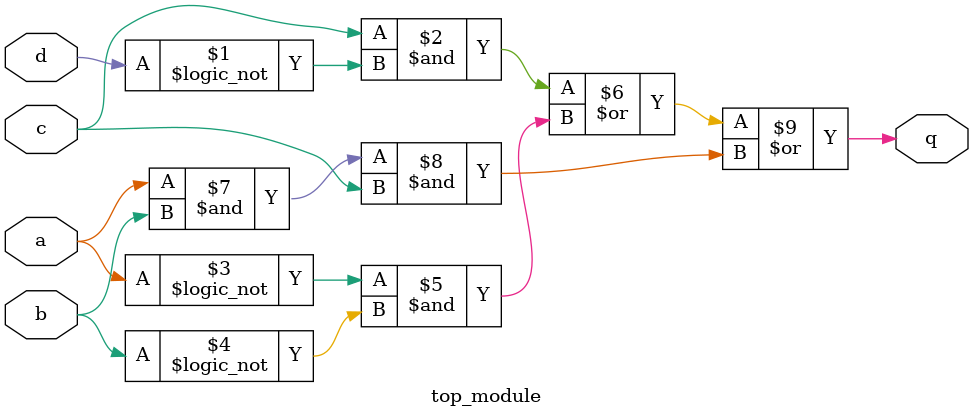
<source format=sv>
module top_module (
	input a, 
	input b, 
	input c, 
	input d,
	output q
); 

	assign q = (c & !d) | (!a & !b) | (a & b & c);

endmodule

</source>
